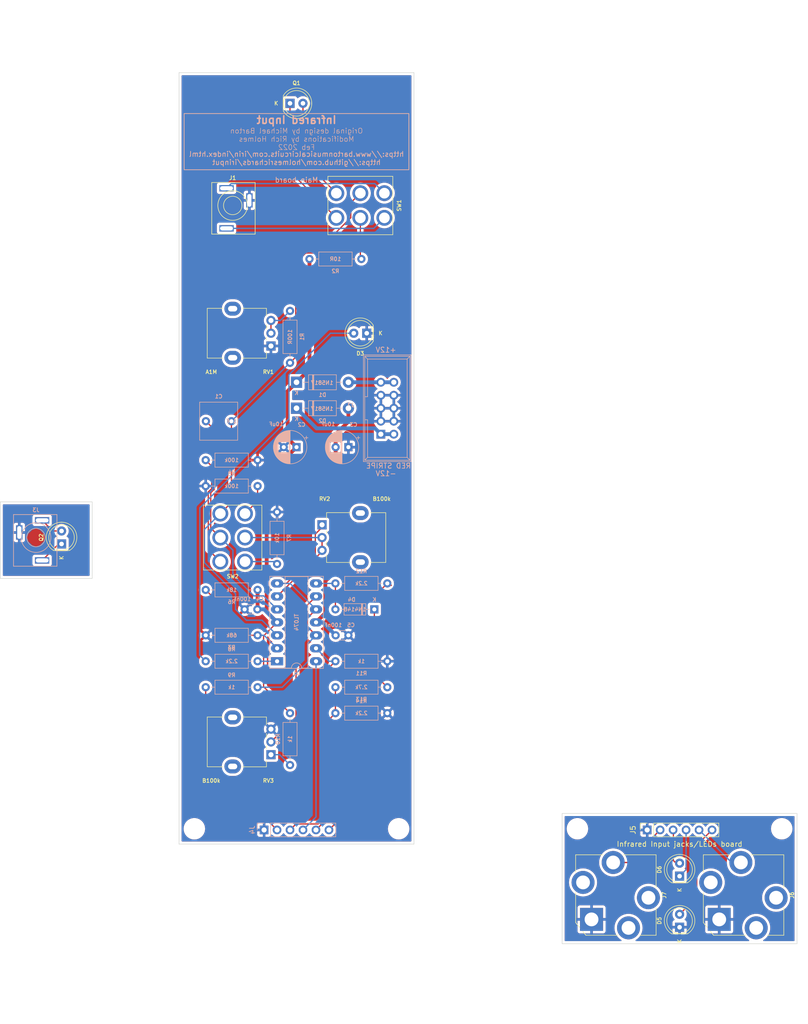
<source format=kicad_pcb>
(kicad_pcb (version 20211014) (generator pcbnew)
  (layers (0 "F.Cu" signal) (31 "B.Cu" signal) (34 "B.Paste" user) (35 "F.Paste" user) (36 "B.SilkS" user "B.Silkscreen") (37 "F.SilkS" user "F.Silkscreen") (38 "B.Mask" user) (39 "F.Mask" user) (44 "Edge.Cuts" user))
  (net 0 "")
  (net 1 "+12V")
  (net 2 "GND")
  (net 3 "-12V")
  (net 4 "/+12_IN")
  (net 5 "/-12_IN")
  (net 6 "Net-(C1-Pad2)")
  (net 7 "Net-(D4-Pad2)")
  (net 8 "Net-(D3-Pad2)")
  (net 9 "GND1")
  (net 10 "/GATE_LED_P")
  (net 11 "/CV_LED_2_P")
  (net 12 "/CV_LED_1_P")
  (net 13 "/CV_LED_2")
  (net 14 "Net-(Q1-Pad1)")
  (net 15 "Net-(Q1-Pad2)")
  (net 16 "Net-(D4-Pad1)")
  (net 17 "/COLL")
  (net 18 "/SENSITIVITY")
  (net 19 "Net-(J3-PadT)")
  (net 20 "/THRESHOLD")
  (net 21 "/EXT_C")
  (net 22 "/EXT_E")
  (net 23 "/CV_OUT")
  (net 24 "/GATE_OUT")
  (net 25 "/AC")
  (net 26 "/CV_LED_1")
  (net 27 "/GATE_LED")
  (net 28 "/CV_OUT_P")
  (net 29 "/GATE_OUT_P")
  (net 30 "Net-(J3-PadR)")
  (net 31 "/DC")
  (net 32 "Net-(R5-Pad1)")
  (net 33 "Net-(R3-Pad2)")
  (net 34 "Net-(R7-Pad1)")
  (net 35 "Net-(R8-Pad1)")
  (net 36 "Net-(R9-Pad1)")
  (net 37 "Net-(R10-Pad2)")
  (net 38 "Net-(RV2-Pad2)")
  (net 39 "GND2")
  (footprint "ao_tht:Jack_6.35mm_PJ_629HAN" (layer "F.Cu") (at 187.5 175 -90)
    (fp_text reference "J6" (at 0 -9.5 90) (layer "F.SilkS") (effects (font (size 0.75 0.75))))
    (fp_text value "AudioJack2")
    (pad "R" thru_hole circle locked (at 0.5 -6.4 270) (size 4.500001 4.500001) (drill 2.7) (layers *.Cu *.Mask))
    (pad "RN" thru_hole circle locked (at 6.4 -2.5 270) (size 4.500001 4.500001) (drill 2.7) (layers *.Cu *.Mask))
    (pad "S" thru_hole rect locked (at 4.74 4.74 270) (size 4.500001 4.500001) (drill 2.7) (layers *.Cu *.Mask) (net 9 "GND1"))
    (pad "T" thru_hole circle locked (at -6.4 0.5 270) (size 4.5 4.5) (drill 2.7) (layers *.Cu *.Mask) (net 29 "/GATE_OUT_P"))
    (pad "TN" thru_hole circle locked (at -2.5 6.4 270) (size 4.5 4.5) (drill 2.7) (layers *.Cu *.Mask))
  )
  (footprint "ao_tht:Board_Marker" (layer "F.Cu") (at 162.5 159)
    (fp_text reference "B3")
    (fp_text value "Board")
  )
  (footprint "irinput:irinput_panel_holes" (layer "F.Cu") (at 100 100)
    (fp_text reference "GRAF1" hide)
    (fp_text value "Holes" hide)
  )
  (footprint "ao_tht:LED_D5.0mm" (layer "F.Cu") (at 175 171.275 90)
    (fp_text reference "D6" (at 1.27 -3.96 90) (layer "F.SilkS") (effects (font (size 0.75 0.75))))
    (fp_text value "LED_Dual")
    (fp_text user "K" (at -2.7 0 90) (layer "F.SilkS") (effects (font (size 0.75 0.75))))
    (pad "1" thru_hole rect locked (at 0 0 90) (size 1.8 1.8) (drill 0.9) (layers *.Cu *.Mask) (net 12 "/CV_LED_1_P"))
    (pad "2" thru_hole circle locked (at 2.54 0 90) (size 1.8 1.8) (drill 0.9) (layers *.Cu *.Mask) (net 11 "/CV_LED_2_P"))
  )
  (footprint "ao_tht:Potentiometer_Alpha_RD901F-40-00D_Single_Vertical_centered" (layer "F.Cu") (at 87.5 65 180)
    (fp_text reference "RV1" (at -6.992 -7.58) (layer "F.SilkS") (effects (font (size 0.75 0.75))))
    (fp_text value "A1M")
    (fp_text user "${VALUE}" (at 4.184 -7.58) (layer "F.SilkS") (effects (font (size 0.75 0.75))))
    (pad "" thru_hole oval locked (at 0 4.8 270) (size 2.72 3.24) (drill oval 1.1 1.8) (layers *.Cu *.Mask))
    (pad "" thru_hole oval locked (at 0 -4.8 270) (size 2.72 3.24) (drill oval 1.1 1.8) (layers *.Cu *.Mask))
    (pad "1" thru_hole rect locked (at -7.5 -2.5 270) (size 1.8 1.8) (drill 1) (layers *.Cu *.Mask) (net 2 "GND"))
    (pad "2" thru_hole circle locked (at -7.5 0 270) (size 1.8 1.8) (drill 1) (layers *.Cu *.Mask) (net 18 "/SENSITIVITY"))
    (pad "3" thru_hole circle locked (at -7.5 2.5 270) (size 1.8 1.8) (drill 1) (layers *.Cu *.Mask) (net 18 "/SENSITIVITY"))
  )
  (footprint "ao_tht:LED_D5.0mm" (layer "F.Cu") (at 54 106.25 90)
    (fp_text reference "Q2" (at 1.27 -3.96 90) (layer "F.SilkS") (effects (font (size 0.75 0.75))))
    (fp_text value "TOPS-050")
    (fp_text user "K" (at -2.7 0 90) (layer "F.SilkS") (effects (font (size 0.75 0.75))))
    (pad "1" thru_hole rect locked (at 0 0 90) (size 1.8 1.8) (drill 0.9) (layers *.Cu *.Mask) (net 19 "Net-(J3-PadT)"))
    (pad "2" thru_hole circle locked (at 2.54 0 90) (size 1.8 1.8) (drill 0.9) (layers *.Cu *.Mask) (net 30 "Net-(J3-PadR)"))
  )
  (footprint "ao_tht:LED_D5.0mm" (layer "F.Cu") (at 98.725 20)
    (fp_text reference "Q1" (at 1.27 -3.96) (layer "F.SilkS") (effects (font (size 0.75 0.75))))
    (fp_text value "TOPS-050")
    (fp_text user "K" (at -2.7 0) (layer "F.SilkS") (effects (font (size 0.75 0.75))))
    (pad "1" thru_hole rect locked (at 0 0) (size 1.8 1.8) (drill 0.9) (layers *.Cu *.Mask) (net 14 "Net-(Q1-Pad1)"))
    (pad "2" thru_hole circle locked (at 2.54 0) (size 1.8 1.8) (drill 0.9) (layers *.Cu *.Mask) (net 15 "Net-(Q1-Pad2)"))
  )
  (footprint "ao_tht:Potentiometer_Alpha_RD901F-40-00D_Single_Vertical_centered" (layer "F.Cu") (at 112.5 105)
    (fp_text reference "RV2" (at -6.992 -7.58 180) (layer "F.SilkS") (effects (font (size 0.75 0.75))))
    (fp_text value "B100k")
    (fp_text user "${VALUE}" (at 4.184 -7.58) (layer "F.SilkS") (effects (font (size 0.75 0.75))))
    (pad "" thru_hole oval locked (at 0 -4.8 90) (size 2.72 3.24) (drill oval 1.1 1.8) (layers *.Cu *.Mask))
    (pad "" thru_hole oval locked (at 0 4.8 90) (size 2.72 3.24) (drill oval 1.1 1.8) (layers *.Cu *.Mask))
    (pad "1" thru_hole rect locked (at -7.5 -2.5 90) (size 1.8 1.8) (drill 1) (layers *.Cu *.Mask) (net 36 "Net-(R9-Pad1)"))
    (pad "2" thru_hole circle locked (at -7.5 0 90) (size 1.8 1.8) (drill 1) (layers *.Cu *.Mask) (net 38 "Net-(RV2-Pad2)"))
    (pad "3" thru_hole circle locked (at -7.5 2.5 90) (size 1.8 1.8) (drill 1) (layers *.Cu *.Mask) (net 38 "Net-(RV2-Pad2)"))
  )
  (footprint "ao_tht:Jack_6.35mm_PJ_629HAN" (layer "F.Cu") (at 162.5 175 -90)
    (fp_text reference "J7" (at 0 -9.5 90) (layer "F.SilkS") (effects (font (size 0.75 0.75))))
    (fp_text value "AudioJack2")
    (pad "R" thru_hole circle locked (at 0.5 -6.4 270) (size 4.500001 4.500001) (drill 2.7) (layers *.Cu *.Mask))
    (pad "RN" thru_hole circle locked (at 6.4 -2.5 270) (size 4.500001 4.500001) (drill 2.7) (layers *.Cu *.Mask))
    (pad "S" thru_hole rect locked (at 4.74 4.74 270) (size 4.500001 4.500001) (drill 2.7) (layers *.Cu *.Mask) (net 9 "GND1"))
    (pad "T" thru_hole circle locked (at -6.4 0.5 270) (size 4.5 4.5) (drill 2.7) (layers *.Cu *.Mask) (net 28 "/CV_OUT_P"))
    (pad "TN" thru_hole circle locked (at -2.5 6.4 270) (size 4.5 4.5) (drill 2.7) (layers *.Cu *.Mask))
  )
  (footprint "ao_tht:MountingHole_3.2mm_M3" (layer "F.Cu") (at 80 162)
    (fp_text reference "H1" hide)
    (fp_text value "MountingHole")
    (pad "" np_thru_hole circle locked (at 0 0) (size 3.2 3.2) (drill 3.2) (layers *.Cu *.Mask))
  )
  (footprint "ao_tht:DPDT-toggle-switch-1M-seriesx" (layer "F.Cu") (at 87.5 105 180)
    (fp_text reference "SW2" (at 0 -7.6) (layer "F.SilkS") (effects (font (size 0.75 0.75))))
    (fp_text value "SW_DPDT_x2")
    (pad "1" thru_hole circle locked (at 2.415 4.7 180) (size 3.1 3.1) (drill 2.1) (layers *.Cu *.Mask) (net 31 "/DC"))
    (pad "2" thru_hole circle locked (at 2.415 0 180) (size 3.1 3.1) (drill 2.1) (layers *.Cu *.Mask) (net 6 "Net-(C1-Pad2)"))
    (pad "3" thru_hole circle locked (at 2.415 -4.7 180) (size 3.1 3.1) (drill 2.1) (layers *.Cu *.Mask) (net 25 "/AC"))
    (pad "4" thru_hole circle locked (at -2.415 4.7 180) (size 3.1 3.1) (drill 2.1) (layers *.Cu *.Mask) (net 32 "Net-(R5-Pad1)"))
    (pad "5" thru_hole circle locked (at -2.415 0 180) (size 3.1 3.1) (drill 2.1) (layers *.Cu *.Mask) (net 38 "Net-(RV2-Pad2)"))
    (pad "6" thru_hole circle locked (at -2.415 -4.7 180) (size 3.1 3.1) (drill 2.1) (layers *.Cu *.Mask) (net 34 "Net-(R7-Pad1)"))
  )
  (footprint "Connector_PinSocket_2.54mm:PinSocket_1x06_P2.54mm_Vertical" (layer "F.Cu") (at 168.65 162.23 90)
    (fp_text reference "J5" (at 0 -2.77 90) (layer "F.SilkS"))
    (fp_text value "Conn_01x06")
    (pad "1" thru_hole rect (at 0 0 90) (size 1.7 1.7) (drill 1) (layers *.Cu *.Mask) (net 9 "GND1"))
    (pad "2" thru_hole oval (at 0 2.54 90) (size 1.7 1.7) (drill 1) (layers *.Cu *.Mask) (net 28 "/CV_OUT_P"))
    (pad "3" thru_hole oval (at 0 5.08 90) (size 1.7 1.7) (drill 1) (layers *.Cu *.Mask) (net 11 "/CV_LED_2_P"))
    (pad "4" thru_hole oval (at 0 7.62 90) (size 1.7 1.7) (drill 1) (layers *.Cu *.Mask) (net 12 "/CV_LED_1_P"))
    (pad "5" thru_hole oval (at 0 10.16 90) (size 1.7 1.7) (drill 1) (layers *.Cu *.Mask) (net 29 "/GATE_OUT_P"))
    (pad "6" thru_hole oval (at 0 12.7 90) (size 1.7 1.7) (drill 1) (layers *.Cu *.Mask) (net 10 "/GATE_LED_P"))
  )
  (footprint "ao_tht:MountingHole_3.2mm_M3" (layer "F.Cu") (at 195 162)
    (fp_text reference "H4" hide)
    (fp_text value "MountingHole")
    (pad "" np_thru_hole circle locked (at 0 0) (size 3.2 3.2) (drill 3.2) (layers *.Cu *.Mask))
  )
  (footprint "ao_tht:Potentiometer_Alpha_RD901F-40-00D_Single_Vertical_centered" (layer "F.Cu") (at 87.5 145 180)
    (fp_text reference "RV3" (at -6.992 -7.58) (layer "F.SilkS") (effects (font (size 0.75 0.75))))
    (fp_text value "B100k")
    (fp_text user "${VALUE}" (at 4.184 -7.58) (layer "F.SilkS") (effects (font (size 0.75 0.75))))
    (pad "" thru_hole oval locked (at 0 4.8 270) (size 2.72 3.24) (drill oval 1.1 1.8) (layers *.Cu *.Mask))
    (pad "" thru_hole oval locked (at 0 -4.8 270) (size 2.72 3.24) (drill oval 1.1 1.8) (layers *.Cu *.Mask))
    (pad "1" thru_hole rect locked (at -7.5 -2.5 270) (size 1.8 1.8) (drill 1) (layers *.Cu *.Mask) (net 37 "Net-(R10-Pad2)"))
    (pad "2" thru_hole circle locked (at -7.5 0 270) (size 1.8 1.8) (drill 1) (layers *.Cu *.Mask) (net 20 "/THRESHOLD"))
    (pad "3" thru_hole circle locked (at -7.5 2.5 270) (size 1.8 1.8) (drill 1) (layers *.Cu *.Mask) (net 2 "GND"))
  )
  (footprint "ao_tht:LED_D5.0mm" (layer "F.Cu") (at 175 181.275 90)
    (fp_text reference "D5" (at 1.27 -3.96 90) (layer "F.SilkS") (effects (font (size 0.75 0.75))))
    (fp_text value "LED_green")
    (fp_text user "K" (at -2.7 0 90) (layer "F.SilkS") (effects (font (size 0.75 0.75))))
    (pad "1" thru_hole rect locked (at 0 0 90) (size 1.8 1.8) (drill 0.9) (layers *.Cu *.Mask) (net 9 "GND1"))
    (pad "2" thru_hole circle locked (at 2.54 0 90) (size 1.8 1.8) (drill 0.9) (layers *.Cu *.Mask) (net 10 "/GATE_LED_P"))
  )
  (footprint "ao_tht:MountingHole_3.2mm_M3" (layer "F.Cu") (at 120 162)
    (fp_text reference "H2" hide)
    (fp_text value "MountingHole")
    (pad "" np_thru_hole circle locked (at 0 0) (size 3.2 3.2) (drill 3.2) (layers *.Cu *.Mask))
  )
  (footprint "ao_tht:LED_D5.0mm" (layer "F.Cu") (at 113.75 65 180)
    (fp_text reference "D3" (at 1.27 -3.96) (layer "F.SilkS") (effects (font (size 0.75 0.75))))
    (fp_text value "LED_red")
    (fp_text user "K" (at -2.7 0) (layer "F.SilkS") (effects (font (size 0.75 0.75))))
    (pad "1" thru_hole rect locked (at 0 0 180) (size 1.8 1.8) (drill 0.9) (layers *.Cu *.Mask) (net 2 "GND"))
    (pad "2" thru_hole circle locked (at 2.54 0 180) (size 1.8 1.8) (drill 0.9) (layers *.Cu *.Mask) (net 8 "Net-(D3-Pad2)"))
  )
  (footprint "ao_tht:MountingHole_3.2mm_M3" (layer "F.Cu") (at 155 162)
    (fp_text reference "H3" hide)
    (fp_text value "MountingHole")
    (pad "" np_thru_hole circle locked (at 0 0) (size 3.2 3.2) (drill 3.2) (layers *.Cu *.Mask))
  )
  (footprint "ao_tht:Board_Marker" (layer "F.Cu") (at 53 98)
    (fp_text reference "B2")
    (fp_text value "Board")
  )
  (footprint "ao_tht:DPDT-toggle-switch-1M-seriesx" (layer "F.Cu") (at 112.5 40 -90)
    (fp_text reference "SW1" (at 0 -7.6 90) (layer "F.SilkS") (effects (font (size 0.75 0.75))))
    (fp_text value "SW_DPDT_x2")
    (pad "1" thru_hole circle locked (at 2.415 4.7 270) (size 3.1 3.1) (drill 2.1) (layers *.Cu *.Mask) (net 14 "Net-(Q1-Pad1)"))
    (pad "2" thru_hole circle locked (at 2.415 0 270) (size 3.1 3.1) (drill 2.1) (layers *.Cu *.Mask) (net 17 "/COLL"))
    (pad "3" thru_hole circle locked (at 2.415 -4.7 270) (size 3.1 3.1) (drill 2.1) (layers *.Cu *.Mask) (net 21 "/EXT_C"))
    (pad "4" thru_hole circle locked (at -2.415 4.7 270) (size 3.1 3.1) (drill 2.1) (layers *.Cu *.Mask) (net 15 "Net-(Q1-Pad2)"))
    (pad "5" thru_hole circle locked (at -2.415 0 270) (size 3.1 3.1) (drill 2.1) (layers *.Cu *.Mask) (net 31 "/DC"))
    (pad "6" thru_hole circle locked (at -2.415 -4.7 270) (size 3.1 3.1) (drill 2.1) (layers *.Cu *.Mask) (net 22 "/EXT_E"))
  )
  (footprint "ao_tht:Jack_3.5mm_PJ-301CM" (layer "F.Cu") (at 87.5 40)
    (fp_text reference "J1" (at 0 -5.4) (layer "F.SilkS") (effects (font (size 0.787402 0.787402))))
    (fp_text value "AudioJack3")
    (pad "R" thru_hole rect (at -1.2 -3.375) (size 2.8 1.25) (drill oval 2.5 0.8) (layers *.Cu *.Mask) (net 22 "/EXT_E"))
    (pad "S" thru_hole rect (at 3.275 -1 90) (size 2.8 1.25) (drill oval 2.5 0.8) (layers *.Cu *.Mask) (net 2 "GND"))
    (pad "T" thru_hole rect (at -1.2 4.475 180) (size 2.8 1.25) (drill oval 2.5 0.8) (layers *.Cu *.Mask) (net 21 "/EXT_C"))
  )
  (footprint "ao_tht:Board_Marker" (layer "F.Cu") (at 92.375 13.925)
    (fp_text reference "B1")
    (fp_text value "Board")
  )
  (footprint "ao_tht:R_Axial_DIN0207_L6.3mm_D2.5mm_P10.16mm_Horizontal" (layer "B.Cu") (at 96.19 110.16 90)
    (fp_text reference "R7" (at 5.08 2.37 90) (layer "B.SilkS") (effects (font (size 0.75 0.75)) (justify mirror)))
    (fp_text value "10k")
    (fp_text user "${VALUE}" (at 5.08 0 90) (layer "B.SilkS") (effects (font (size 0.75 0.75)) (justify mirror)))
    (pad "1" thru_hole circle locked (at 0 0 90) (size 1.6 1.6) (drill 0.8) (layers *.Cu *.Mask) (net 34 "Net-(R7-Pad1)"))
    (pad "2" thru_hole oval locked (at 10.16 0 90) (size 1.6 1.6) (drill 0.8) (layers *.Cu *.Mask) (net 2 "GND"))
  )
  (footprint "ao_tht:R_Axial_DIN0207_L6.3mm_D2.5mm_P10.16mm_Horizontal" (layer "B.Cu") (at 82.22 124.13)
    (fp_text reference "R3" (at 5.08 2.37) (layer "B.SilkS") (effects (font (size 0.75 0.75)) (justify mirror)))
    (fp_text value "68k")
    (fp_text user "${VALUE}" (at 5.08 0) (layer "B.SilkS") (effects (font (size 0.75 0.75)) (justify mirror)))
    (pad "1" thru_hole circle locked (at 0 0) (size 1.6 1.6) (drill 0.8) (layers *.Cu *.Mask) (net 2 "GND"))
    (pad "2" thru_hole oval locked (at 10.16 0) (size 1.6 1.6) (drill 0.8) (layers *.Cu *.Mask) (net 33 "Net-(R3-Pad2)"))
  )
  (footprint "ao_tht:D_DO-41_SOD81_P10.16mm_Horizontal" (layer "B.Cu") (at 100 79.68)
    (fp_text reference "D2" (at 5.08 2.47) (layer "B.SilkS") (effects (font (size 0.75 0.75)) (justify mirror)))
    (fp_text value "1N5817")
    (fp_text user "${VALUE}" (at 5 0.1) (layer "B.SilkS") (effects (font (size 0.75 0.75)) (justify mirror)))
    (fp_text user "K" (at 0 2.1) (layer "B.SilkS") (effects (font (size 0.75 0.75)) (justify mirror)))
    (pad "1" thru_hole rect locked (at 0 0) (size 2.2 2.2) (drill 1.1) (layers *.Cu *.Mask) (net 5 "/-12_IN"))
    (pad "2" thru_hole oval locked (at 10.16 0) (size 2.2 2.2) (drill 1.1) (layers *.Cu *.Mask) (net 3 "-12V"))
  )
  (footprint "ao_tht:CP_Radial_D6.3mm_P2.50mm" (layer "B.Cu") (at 100 87.3 180)
    (fp_text reference "C2" (at -1 4.4) (layer "B.SilkS") (effects (font (size 0.75 0.75)) (justify mirror)))
    (fp_text value "10uF")
    (fp_text user "${VALUE}" (at 4 4.5) (layer "B.SilkS") (effects (font (size 0.75 0.75)) (justify mirror)))
    (pad "1" thru_hole rect locked (at 0 0 180) (size 1.6 1.6) (drill 0.8) (layers *.Cu *.Mask) (net 1 "+12V"))
    (pad "2" thru_hole circle locked (at 2.5 0 180) (size 1.6 1.6) (drill 0.8) (layers *.Cu *.Mask) (net 2 "GND"))
  )
  (footprint "ao_tht:R_Axial_DIN0207_L6.3mm_D2.5mm_P10.16mm_Horizontal" (layer "B.Cu") (at 92.38 129.21 180)
    (fp_text reference "R8" (at 5.08 2.37) (layer "B.SilkS") (effects (font (size 0.75 0.75)) (justify mirror)))
    (fp_text value "2.2k")
    (fp_text user "${VALUE}" (at 5.08 0) (layer "B.SilkS") (effects (font (size 0.75 0.75)) (justify mirror)))
    (pad "1" thru_hole circle locked (at 0 0 180) (size 1.6 1.6) (drill 0.8) (layers *.Cu *.Mask) (net 35 "Net-(R8-Pad1)"))
    (pad "2" thru_hole oval locked (at 10.16 0 180) (size 1.6 1.6) (drill 0.8) (layers *.Cu *.Mask) (net 8 "Net-(D3-Pad2)"))
  )
  (footprint "ao_tht:R_Axial_DIN0207_L6.3mm_D2.5mm_P10.16mm_Horizontal" (layer "B.Cu") (at 107.62 129.21)
    (fp_text reference "R11" (at 5.08 2.37) (layer "B.SilkS") (effects (font (size 0.75 0.75)) (justify mirror)))
    (fp_text value "1k")
    (fp_text user "${VALUE}" (at 5.08 0) (layer "B.SilkS") (effects (font (size 0.75 0.75)) (justify mirror)))
    (pad "1" thru_hole circle locked (at 0 0) (size 1.6 1.6) (drill 0.8) (layers *.Cu *.Mask) (net 13 "/CV_LED_2"))
    (pad "2" thru_hole oval locked (at 10.16 0) (size 1.6 1.6) (drill 0.8) (layers *.Cu *.Mask) (net 2 "GND"))
  )
  (footprint "ao_tht:D_DO-35_SOD27_P7.62mm_Horizontal" (layer "B.Cu") (at 115.24 119.05 180)
    (fp_text reference "D4" (at 4.445 1.905) (layer "B.SilkS") (effects (font (size 0.75 0.75)) (justify mirror)))
    (fp_text value "1N4148")
    (fp_text user "K" (at 0 1.905) (layer "B.SilkS") (effects (font (size 0.75 0.75)) (justify mirror)))
    (fp_text user "${VALUE}" (at 3.81 0) (layer "B.SilkS") (effects (font (size 0.75 0.75)) (justify mirror)))
    (pad "1" thru_hole rect locked (at 0 0 180) (size 1.6 1.6) (drill 0.8) (layers *.Cu *.Mask) (net 16 "Net-(D4-Pad1)"))
    (pad "2" thru_hole oval locked (at 7.62 0 180) (size 1.6 1.6) (drill 0.8) (layers *.Cu *.Mask) (net 7 "Net-(D4-Pad2)"))
  )
  (footprint "ao_tht:CP_Radial_D6.3mm_P2.50mm" (layer "B.Cu") (at 110.16 87.3 180)
    (fp_text reference "C3" (at -1 4.4) (layer "B.SilkS") (effects (font (size 0.75 0.75)) (justify mirror)))
    (fp_text value "10uF")
    (fp_text user "${VALUE}" (at 4 4.5) (layer "B.SilkS") (effects (font (size 0.75 0.75)) (justify mirror)))
    (pad "1" thru_hole rect locked (at 0 0 180) (size 1.6 1.6) (drill 0.8) (layers *.Cu *.Mask) (net 2 "GND"))
    (pad "2" thru_hole circle locked (at 2.5 0 180) (size 1.6 1.6) (drill 0.8) (layers *.Cu *.Mask) (net 3 "-12V"))
  )
  (footprint "ao_tht:R_Axial_DIN0207_L6.3mm_D2.5mm_P10.16mm_Horizontal" (layer "B.Cu") (at 117.78 139.37 180)
    (fp_text reference "R14" (at 5.08 2.37) (layer "B.SilkS") (effects (font (size 0.75 0.75)) (justify mirror)))
    (fp_text value "2.2k")
    (fp_text user "${VALUE}" (at 5.08 0) (layer "B.SilkS") (effects (font (size 0.75 0.75)) (justify mirror)))
    (pad "1" thru_hole circle locked (at 0 0 180) (size 1.6 1.6) (drill 0.8) (layers *.Cu *.Mask) (net 2 "GND"))
    (pad "2" thru_hole oval locked (at 10.16 0 180) (size 1.6 1.6) (drill 0.8) (layers *.Cu *.Mask) (net 24 "/GATE_OUT"))
  )
  (footprint "ao_tht:R_Axial_DIN0207_L6.3mm_D2.5mm_P10.16mm_Horizontal" (layer "B.Cu") (at 82.22 115.24)
    (fp_text reference "R6" (at 5.08 2.37) (layer "B.SilkS") (effects (font (size 0.75 0.75)) (justify mirror)))
    (fp_text value "18k")
    (fp_text user "${VALUE}" (at 5.08 0) (layer "B.SilkS") (effects (font (size 0.75 0.75)) (justify mirror)))
    (pad "1" thru_hole circle locked (at 0 0) (size 1.6 1.6) (drill 0.8) (layers *.Cu *.Mask) (net 33 "Net-(R3-Pad2)"))
    (pad "2" thru_hole oval locked (at 10.16 0) (size 1.6 1.6) (drill 0.8) (layers *.Cu *.Mask) (net 1 "+12V"))
  )
  (footprint "ao_tht:R_Axial_DIN0207_L6.3mm_D2.5mm_P10.16mm_Horizontal" (layer "B.Cu") (at 98.73 70.79 90)
    (fp_text reference "R1" (at 5.08 2.37 90) (layer "B.SilkS") (effects (font (size 0.75 0.75)) (justify mirror)))
    (fp_text value "100R")
    (fp_text user "${VALUE}" (at 5.08 0 90) (layer "B.SilkS") (effects (font (size 0.75 0.75)) (justify mirror)))
    (pad "1" thru_hole circle locked (at 0 0 90) (size 1.6 1.6) (drill 0.8) (layers *.Cu *.Mask) (net 31 "/DC"))
    (pad "2" thru_hole oval locked (at 10.16 0 90) (size 1.6 1.6) (drill 0.8) (layers *.Cu *.Mask) (net 18 "/SENSITIVITY"))
  )
  (footprint "ao_tht:R_Axial_DIN0207_L6.3mm_D2.5mm_P10.16mm_Horizontal" (layer "B.Cu") (at 102.54 50.47)
    (fp_text reference "R2" (at 5.08 2.37) (layer "B.SilkS") (effects (font (size 0.75 0.75)) (justify mirror)))
    (fp_text value "10R")
    (fp_text user "${VALUE}" (at 5.08 0) (layer "B.SilkS") (effects (font (size 0.75 0.75)) (justify mirror)))
    (pad "1" thru_hole circle locked (at 0 0) (size 1.6 1.6) (drill 0.8) (layers *.Cu *.Mask) (net 1 "+12V"))
    (pad "2" thru_hole oval locked (at 10.16 0) (size 1.6 1.6) (drill 0.8) (layers *.Cu *.Mask) (net 17 "/COLL"))
  )
  (footprint "Connector_PinHeader_2.54mm:PinHeader_1x06_P2.54mm_Vertical" (layer "B.Cu") (at 93.65 162.23 -90)
    (fp_text reference "J4" (at 0 2.33 90) (layer "B.SilkS") (effects (justify mirror)))
    (fp_text value "Conn_01x06")
    (pad "1" thru_hole rect (at 0 0 270) (size 1.7 1.7) (drill 1) (layers *.Cu *.Mask) (net 2 "GND"))
    (pad "2" thru_hole oval (at 0 -2.54 270) (size 1.7 1.7) (drill 1) (layers *.Cu *.Mask) (net 23 "/CV_OUT"))
    (pad "3" thru_hole oval (at 0 -5.08 270) (size 1.7 1.7) (drill 1) (layers *.Cu *.Mask) (net 13 "/CV_LED_2"))
    (pad "4" thru_hole oval (at 0 -7.62 270) (size 1.7 1.7) (drill 1) (layers *.Cu *.Mask) (net 26 "/CV_LED_1"))
    (pad "5" thru_hole oval (at 0 -10.16 270) (size 1.7 1.7) (drill 1) (layers *.Cu *.Mask) (net 24 "/GATE_OUT"))
    (pad "6" thru_hole oval (at 0 -12.7 270) (size 1.7 1.7) (drill 1) (layers *.Cu *.Mask) (net 27 "/GATE_LED"))
  )
  (footprint "ao_tht:D_DO-41_SOD81_P10.16mm_Horizontal" (layer "B.Cu") (at 100 74.6)
    (fp_text reference "D1" (at 5.08 2.47) (layer "B.SilkS") (effects (font (size 0.75 0.75)) (justify mirror)))
    (fp_text value "1N5817")
    (fp_text user "${VALUE}" (at 5 0.1) (layer "B.SilkS") (effects (font (size 0.75 0.75)) (justify mirror)))
    (fp_text user "K" (at 0 2.1) (layer "B.SilkS") (effects (font (size 0.75 0.75)) (justify mirror)))
    (pad "1" thru_hole rect locked (at 0 0) (size 2.2 2.2) (drill 1.1) (layers *.Cu *.Mask) (net 1 "+12V"))
    (pad "2" thru_hole oval locked (at 10.16 0) (size 2.2 2.2) (drill 1.1) (layers *.Cu *.Mask) (net 4 "/+12_IN"))
  )
  (footprint "ao_tht:R_Axial_DIN0207_L6.3mm_D2.5mm_P10.16mm_Horizontal" (layer "B.Cu") (at 82.22 89.84)
    (fp_text reference "R4" (at 5.08 2.37) (layer "B.SilkS") (effects (font (size 0.75 0.75)) (justify mirror)))
    (fp_text value "100k")
    (fp_text user "${VALUE}" (at 5.08 0) (layer "B.SilkS") (effects (font (size 0.75 0.75)) (justify mirror)))
    (pad "1" thru_hole circle locked (at 0 0) (size 1.6 1.6) (drill 0.8) (layers *.Cu *.Mask) (net 25 "/AC"))
    (pad "2" thru_hole oval locked (at 10.16 0) (size 1.6 1.6) (drill 0.8) (layers *.Cu *.Mask) (net 2 "GND"))
  )
  (footprint "ao_tht:C_Disc_D3.0mm_W1.6mm_P2.50mm" (layer "B.Cu") (at 110.16 124.13 180)
    (fp_text reference "C5" (at -0.5 2) (layer "B.SilkS") (effects (font (size 0.75 0.75)) (justify mirror)))
    (fp_text value "100nF")
    (fp_text user "${VALUE}" (at 3 2) (layer "B.SilkS") (effects (font (size 0.75 0.75)) (justify mirror)))
    (pad "1" thru_hole circle (at 0 0 180) (size 1.6 1.6) (drill 0.8) (layers *.Cu *.Mask) (net 2 "GND"))
    (pad "2" thru_hole circle (at 2.5 0 180) (size 1.6 1.6) (drill 0.8) (layers *.Cu *.Mask) (net 3 "-12V"))
  )
  (footprint "ao_tht:R_Axial_DIN0207_L6.3mm_D2.5mm_P10.16mm_Horizontal" (layer "B.Cu") (at 117.78 113.97 180)
    (fp_text reference "R12" (at 5.08 2.37) (layer "B.SilkS") (effects (font (size 0.75 0.75)) (justify mirror)))
    (fp_text value "2.2k")
    (fp_text user "${VALUE}" (at 5.08 0) (layer "B.SilkS") (effects (font (size 0.75 0.75)) (justify mirror)))
    (pad "1" thru_hole circle locked (at 0 0 180) (size 1.6 1.6) (drill 0.8) (layers *.Cu *.Mask) (net 27 "/GATE_LED"))
    (pad "2" thru_hole oval locked (at 10.16 0 180) (size 1.6 1.6) (drill 0.8) (layers *.Cu *.Mask) (net 7 "Net-(D4-Pad2)"))
  )
  (footprint "ao_tht:R_Axial_DIN0207_L6.3mm_D2.5mm_P10.16mm_Horizontal" (layer "B.Cu") (at 98.73 139.37 -90)
    (fp_text reference "R10" (at 5.08 2.37 90) (layer "B.SilkS") (effects (font (size 0.75 0.75)) (justify mirror)))
    (fp_text value "1k")
    (fp_text user "${VALUE}" (at 5.08 0 90) (layer "B.SilkS") (effects (font (size 0.75 0.75)) (justify mirror)))
    (pad "1" thru_hole circle locked (at 0 0 270) (size 1.6 1.6) (drill 0.8) (layers *.Cu *.Mask) (net 1 "+12V"))
    (pad "2" thru_hole oval locked (at 10.16 0 270) (size 1.6 1.6) (drill 0.8) (layers *.Cu *.Mask) (net 37 "Net-(R10-Pad2)"))
  )
  (footprint "ao_tht:Power_Header" (layer "B.Cu") (at 116.51 84.76)
    (fp_text reference "J2" (at -5.85 -5.67) (layer "B.SilkS") (effects (font (size 0.75 0.75)) (justify mirror)))
    (fp_text value "Synth_power_2x5")
    (fp_text user "-12V" (at 1 7.7) (layer "B.SilkS") (effects (justify mirror)))
    (fp_text user "RED STRIPE" (at 1.5 6.2) (layer "B.SilkS") (effects (justify mirror)))
    (fp_text user "+12V" (at 1 -16.5) (layer "B.SilkS") (effects (justify mirror)))
    (pad "1" thru_hole rect (at 0 0) (size 1.7272 1.7272) (drill 1.016) (layers *.Cu *.Mask) (net 5 "/-12_IN"))
    (pad "2" thru_hole oval (at 2.54 0) (size 1.7272 1.7272) (drill 1.016) (layers *.Cu *.Mask) (net 5 "/-12_IN"))
    (pad "3" thru_hole oval (at 0 -2.54) (size 1.7272 1.7272) (drill 1.016) (layers *.Cu *.Mask) (net 2 "GND"))
    (pad "4" thru_hole oval (at 2.54 -2.54) (size 1.7272 1.7272) (drill 1.016) (layers *.Cu *.Mask) (net 2 "GND"))
    (pad "5" thru_hole oval (at 0 -5.08) (size 1.7272 1.7272) (drill 1.016) (layers *.Cu *.Mask) (net 2 "GND"))
    (pad "6" thru_hole oval (at 2.54 -5.08) (size 1.7272 1.7272) (drill 1.016) (layers *.Cu *.Mask) (net 2 "GND"))
    (pad "7" thru_hole oval (at 0 -7.62) (size 1.7272 1.7272) (drill 1.016) (layers *.Cu *.Mask) (net 2 "GND"))
    (pad "8" thru_hole oval (at 2.54 -7.62) (size 1.7272 1.7272) (drill 1.016) (layers *.Cu *.Mask) (net 2 "GND"))
    (pad "9" thru_hole oval (at 0 -10.16) (size 1.7272 1.7272) (drill 1.016) (layers *.Cu *.Mask) (net 4 "/+12_IN"))
    (pad "10" thru_hole oval (at 2.54 -10.16) (size 1.7272 1.7272) (drill 1.016) (layers *.Cu *.Mask) (net 4 "/+12_IN"))
  )
  (footprint "ao_tht:C_Rect_L7.2mm_W7.2mm_P5.00mm_FKS2_FKP2_MKS2_MKP2" (layer "B.Cu") (at 87.26 82.22 180)
    (fp_text reference "C1" (at 2.5 4.85) (layer "B.SilkS") (effects (font (size 0.75 0.75)) (justify mirror)))
    (fp_text value "1uF")
    (fp_text user "${VALUE}" (at 0 0) (layer "B.SilkS") (effects (font (size 0.75 0.75)) (justify mirror)))
    (pad "1" thru_hole circle locked (at 0 0 180) (size 1.6 1.6) (drill 0.8) (layers *.Cu *.Mask) (net 31 "/DC"))
    (pad "2" thru_hole circle locked (at 5 0 180) (size 1.6 1.6) (drill 0.8) (layers *.Cu *.Mask) (net 6 "Net-(C1-Pad2)"))
  )
  (footprint "ao_tht:R_Axial_DIN0207_L6.3mm_D2.5mm_P10.16mm_Horizontal" (layer "B.Cu") (at 107.62 134.29)
    (fp_text reference "R13" (at 5.08 2.37) (layer "B.SilkS") (effects (font (size 0.75 0.75)) (justify mirror)))
    (fp_text value "2.7k")
    (fp_text user "${VALUE}" (at 5.08 0) (layer "B.SilkS") (effects (font (size 0.75 0.75)) (justify mirror)))
    (pad "1" thru_hole circle locked (at 0 0) (size 1.6 1.6) (drill 0.8) (layers *.Cu *.Mask) (net 24 "/GATE_OUT"))
    (pad "2" thru_hole oval locked (at 10.16 0) (size 1.6 1.6) (drill 0.8) (layers *.Cu *.Mask) (net 16 "Net-(D4-Pad1)"))
  )
  (footprint "ao_tht:R_Axial_DIN0207_L6.3mm_D2.5mm_P10.16mm_Horizontal" (layer "B.Cu") (at 92.38 134.29 180)
    (fp_text reference "R9" (at 5.08 2.37) (layer "B.SilkS") (effects (font (size 0.75 0.75)) (justify mirror)))
    (fp_text value "1k")
    (fp_text user "${VALUE}" (at 5.08 0) (layer "B.SilkS") (effects (font (size 0.75 0.75)) (justify mirror)))
    (pad "1" thru_hole circle locked (at 0 0 180) (size 1.6 1.6) (drill 0.8) (layers *.Cu *.Mask) (net 36 "Net-(R9-Pad1)"))
    (pad "2" thru_hole oval locked (at 10.16 0 180) (size 1.6 1.6) (drill 0.8) (layers *.Cu *.Mask) (net 23 "/CV_OUT"))
  )
  (footprint "ao_tht:DIP-14_W7.62mm_Socket_LongPads" (layer "B.Cu") (at 96.2 129.215)
    (fp_text reference "U1" (at 3.81 2.33) (layer "B.SilkS") (effects (font (size 0.75 0.75)) (justify mirror)))
    (fp_text value "TL074")
    (fp_text user "${VALUE}" (at 3.81 -7.62 90) (layer "B.SilkS") (effects (font (size 0.75 0.75)) (justify mirror)))
    (pad "1" thru_hole rect locked (at 0 0) (size 2.4 1.6) (drill 0.8) (layers *.Cu *.Mask) (net 35 "Net-(R8-Pad1)"))
    (pad "2" thru_hole oval locked (at 0 -2.54) (size 2.4 1.6) (drill 0.8) (layers *.Cu *.Mask) (net 33 "Net-(R3-Pad2)"))
    (pad "3" thru_hole oval locked (at 0 -5.08) (size 2.4 1.6) (drill 0.8) (layers *.Cu *.Mask) (net 31 "/DC"))
    (pad "4" thru_hole oval locked (at 0 -7.62) (size 2.4 1.6) (drill 0.8) (layers *.Cu *.Mask) (net 1 "+12V"))
    (pad "5" thru_hole oval locked (at 0 -10.16) (size 2.4 1.6) (drill 0.8) (layers *.Cu *.Mask) (net 6 "Net-(C1-Pad2)"))
    (pad "6" thru_hole oval locked (at 0 -12.7) (size 2.4 1.6) (drill 0.8) (layers *.Cu *.Mask) (net 38 "Net-(RV2-Pad2)"))
    (pad "7" thru_hole oval locked (at 0 -15.24) (size 2.4 1.6) (drill 0.8) (layers *.Cu *.Mask) (net 36 "Net-(R9-Pad1)"))
    (pad "8" thru_hole oval locked (at 7.62 -15.24) (size 2.4 1.6) (drill 0.8) (layers *.Cu *.Mask) (net 7 "Net-(D4-Pad2)"))
    (pad "9" thru_hole oval locked (at 7.62 -12.7) (size 2.4 1.6) (drill 0.8) (layers *.Cu *.Mask) (net 20 "/THRESHOLD"))
    (pad "10" thru_hole oval locked (at 7.62 -10.16) (size 2.4 1.6) (drill 0.8) (layers *.Cu *.Mask) (net 36 "Net-(R9-Pad1)"))
    (pad "11" thru_hole oval locked (at 7.62 -7.62) (size 2.4 1.6) (drill 0.8) (layers *.Cu *.Mask) (net 3 "-12V"))
    (pad "12" thru_hole oval locked (at 7.62 -5.08) (size 2.4 1.6) (drill 0.8) (layers *.Cu *.Mask) (net 36 "Net-(R9-Pad1)"))
    (pad "13" thru_hole oval locked (at 7.62 -2.54) (size 2.4 1.6) (drill 0.8) (layers *.Cu *.Mask) (net 13 "/CV_LED_2"))
    (pad "14" thru_hole oval locked (at 7.62 0) (size 2.4 1.6) (drill 0.8) (layers *.Cu *.Mask) (net 26 "/CV_LED_1"))
  )
  (footprint "ao_tht:C_Disc_D3.0mm_W1.6mm_P2.50mm" (layer "B.Cu") (at 92.34 119.05 180)
    (fp_text reference "C4" (at -0.5 2) (layer "B.SilkS") (effects (font (size 0.75 0.75)) (justify mirror)))
    (fp_text value "100nF")
    (fp_text user "${VALUE}" (at 3 2) (layer "B.SilkS") (effects (font (size 0.75 0.75)) (justify mirror)))
    (pad "1" thru_hole circle (at 0 0 180) (size 1.6 1.6) (drill 0.8) (layers *.Cu *.Mask) (net 1 "+12V"))
    (pad "2" thru_hole circle (at 2.5 0 180) (size 1.6 1.6) (drill 0.8) (layers *.Cu *.Mask) (net 2 "GND"))
  )
  (footprint "ao_tht:Jack_3.5mm_PJ-301CM" (layer "B.Cu") (at 49 105 180)
    (fp_text reference "J3" (at 0 5.4) (layer "B.SilkS") (effects (font (size 0.787402 0.787402)) (justify mirror)))
    (fp_text value "AudioJack3")
    (pad "R" thru_hole rect (at -1.2 3.375 180) (size 2.8 1.25) (drill oval 2.5 0.8) (layers *.Cu *.Mask) (net 30 "Net-(J3-PadR)"))
    (pad "S" thru_hole rect (at 3.275 1 90) (size 2.8 1.25) (drill oval 2.5 0.8) (layers *.Cu *.Mask) (net 39 "GND2"))
    (pad "T" thru_hole rect (at -1.2 -4.475) (size 2.8 1.25) (drill oval 2.5 0.8) (layers *.Cu *.Mask) (net 19 "Net-(J3-PadT)"))
  )
  (footprint "ao_tht:R_Axial_DIN0207_L6.3mm_D2.5mm_P10.16mm_Horizontal" (layer "B.Cu") (at 92.38 94.92 180)
    (fp_text reference "R5" (at 5.08 2.37) (layer "B.SilkS") (effects (font (size 0.75 0.75)) (justify mirror)))
    (fp_text value "100k")
    (fp_text user "${VALUE}" (at 5.08 0) (layer "B.SilkS") (effects (font (size 0.75 0.75)) (justify mirror)))
    (pad "1" thru_hole circle locked (at 0 0 180) (size 1.6 1.6) (drill 0.8) (layers *.Cu *.Mask) (net 32 "Net-(R5-Pad1)"))
    (pad "2" thru_hole oval locked (at 10.16 0 180) (size 1.6 1.6) (drill 0.8) (layers *.Cu *.Mask) (net 2 "GND"))
  )
  (gr_rect (start 122 22) (end 78 33) (layer "B.SilkS") (width 0.15) (fill none))
  (gr_rect (start 42 113) (end 60 98) (layer "Edge.Cuts") (width 0.1) (fill none))
  (gr_line (start 77 14) (end 123 14) (layer "Edge.Cuts") (width 0.1))
  (gr_line (start 77 165) (end 77 14) (layer "Edge.Cuts") (width 0.1))
  (gr_rect (start 198 159) (end 152 184.5) (layer "Edge.Cuts") (width 0.1) (fill none))
  (gr_line (start 123 165) (end 77 165) (layer "Edge.Cuts") (width 0.1))
  (gr_line (start 123 14) (end 123 165) (layer "Edge.Cuts") (width 0.1))
  (gr_text "Main board" (at 100 35) (layer "B.SilkS") (effects (font (size 1 1)) (justify mirror)))
  (gr_text "Infrared Input" (at 100 23.25) (layer "B.SilkS") (effects (font (size 1.5 1.5) (thickness 0.3)) (justify mirror)))
  (gr_text "https://www.bartonmusicalcircuits.com/irin/index.html\nhttps://github.com/holmesrichards/irinput" (at 100 30.75) (layer "B.SilkS") (effects (font (size 1 1)) (justify mirror)))
  (gr_text "Original design by Michael Barton\nModifications by Rich Holmes\nFeb 2022\n" (at 100 27) (layer "B.SilkS") (effects (font (size 1 1) (thickness 0.1)) (justify mirror)))
  (gr_text "Infrared Input jacks/LEDs board" (at 175 165) (layer "F.SilkS") (effects (font (size 1 1))))
  (segment (start 100 74.6) (end 98.275489 76.324511) (width 0.75) (layer "F.Cu") (net 1))
  (segment (start 98.275489 76.324511) (end 98.275489 85.575489) (width 0.75) (layer "F.Cu") (net 1))
  (segment (start 98.73 139.37) (end 93.554511 134.194511) (width 0.25) (layer "F.Cu") (net 1))
  (segment (start 102.54 72.06) (end 100 74.6) (width 0.75) (layer "F.Cu") (net 1))
  (segment (start 94.158 93.142) (end 94.158 119.553) (width 0.75) (layer "F.Cu") (net 1))
  (segment (start 100 87.3) (end 94.158 93.142) (width 0.75) (layer "F.Cu") (net 1))
  (segment (start 94.158 119.553) (end 96.2 121.595) (width 0.75) (layer "F.Cu") (net 1))
  (segment (start 98.275489 85.575489) (end 100 87.3) (width 0.75) (layer "F.Cu") (net 1))
  (segment (start 102.54 50.47) (end 102.54 72.06) (width 0.75) (layer "F.Cu") (net 1))
  (segment (start 93.554511 134.194511) (end 93.554511 124.240489) (width 0.25) (layer "F.Cu") (net 1))
  (segment (start 93.554511 124.240489) (end 96.2 121.595) (width 0.25) (layer "F.Cu") (net 1))
  (segment (start 92.38 115.24) (end 92.38 119.01) (width 0.75) (layer "F.Cu") (net 1))
  (segment (start 92.38 119.01) (end 92.34 119.05) (width 0.75) (layer "F.Cu") (net 1))
  (segment (start 93.655 119.05) (end 96.2 121.595) (width 0.75) (layer "B.Cu") (net 1))
  (segment (start 92.34 119.05) (end 93.655 119.05) (width 0.75) (layer "B.Cu") (net 1))
  (segment (start 107.66 111.517) (end 105.64452 113.53248) (width 0.75) (layer "F.Cu") (net 3))
  (segment (start 110.16 82.3) (end 107.66 84.8) (width 0.75) (layer "F.Cu") (net 3))
  (segment (start 110.16 79.68) (end 110.16 82.3) (width 0.75) (layer "F.Cu") (net 3))
  (segment (start 107.66 87.3) (end 107.66 111.517) (width 0.75) (layer "F.Cu") (net 3))
  (segment (start 105.64452 113.53248) (end 105.64452 119.77048) (width 0.75) (layer "F.Cu") (net 3))
  (segment (start 107.66 84.8) (end 107.66 87.3) (width 0.75) (layer "F.Cu") (net 3))
  (segment (start 105.64452 119.77048) (end 103.82 121.595) (width 0.75) (layer "F.Cu") (net 3))
  (segment (start 103.82 121.595) (end 105.125 121.595) (width 0.75) (layer "B.Cu") (net 3))
  (segment (start 105.125 121.595) (end 107.66 124.13) (width 0.75) (layer "B.Cu") (net 3))
  (segment (start 116.51 74.6) (end 119.05 74.6) (width 0.75) (layer "B.Cu") (net 4))
  (segment (start 116.51 74.6) (end 110.16 74.6) (width 0.75) (layer "B.Cu") (net 4))
  (segment (start 116.51 84.76) (end 115.367 83.617) (width 0.75) (layer "B.Cu") (net 5))
  (segment (start 103.937 83.617) (end 100 79.68) (width 0.75) (layer "B.Cu") (net 5))
  (segment (start 119.05 84.76) (end 116.51 84.76) (width 0.75) (layer "B.Cu") (net 5))
  (segment (start 115.367 83.617) (end 103.937 83.617) (width 0.75) (layer "B.Cu") (net 5))
  (segment (start 83.844021 83.804021) (end 83.844021 95.592693) (width 0.25) (layer "F.Cu") (net 6))
  (segment (start 83.844021 95.592693) (end 83.210489 96.226225) (width 0.25) (layer "F.Cu") (net 6))
  (segment (start 83.210489 103.125489) (end 85.085 105) (width 0.25) (layer "F.Cu") (net 6))
  (segment (start 83.210489 96.226225) (end 83.210489 103.125489) (width 0.25) (layer "F.Cu") (net 6))
  (segment (start 82.26 82.22) (end 83.844021 83.804021) (width 0.25) (layer "F.Cu") (net 6))
  (segment (start 91.649511 116.414511) (end 93.559511 116.414511) (width 0.25) (layer "B.Cu") (net 6))
  (segment (start 85.085 105) (end 87.554 107.469) (width 0.25) (layer "B.Cu") (net 6))
  (segment (start 87.554 112.319) (end 91.649511 116.414511) (width 0.25) (layer "B.Cu") (net 6))
  (segment (start 87.554 107.469) (end 87.554 112.319) (width 0.25) (layer "B.Cu") (net 6))
  (segment (start 93.559511 116.414511) (end 96.2 119.055) (width 0.25) (layer "B.Cu") (net 6))
  (segment (start 107.62 113.97) (end 107.62 119.05) (width 0.25) (layer "F.Cu") (net 7))
  (segment (start 103.82 113.975) (end 107.615 113.975) (width 0.25) (layer "B.Cu") (net 7))
  (segment (start 81.045489 128.035489) (end 82.22 129.21) (width 0.25) (layer "B.Cu") (net 8))
  (segment (start 81.077 123.61199) (end 81.045489 123.643501) (width 0.25) (layer "B.Cu") (net 8))
  (segment (start 81.077 99.173) (end 81.077 123.61199) (width 0.25) (layer "B.Cu") (net 8))
  (segment (start 111.21 65) (end 106.650978 65) (width 0.25) (layer "B.Cu") (net 8))
  (segment (start 98.525489 73.125489) (end 98.525489 81.724511) (width 0.25) (layer "B.Cu") (net 8))
  (segment (start 106.650978 65) (end 98.525489 73.125489) (width 0.25) (layer "B.Cu") (net 8))
  (segment (start 81.045489 123.643501) (end 81.045489 128.035489) (width 0.25) (layer "B.Cu") (net 8))
  (segment (start 98.525489 81.724511) (end 81.077 99.173) (width 0.25) (layer "B.Cu") (net 8))
  (segment (start 178.359 165.221) (end 181.35 162.23) (width 0.25) (layer "F.Cu") (net 10))
  (segment (start 175 178.735) (end 178.359 175.376) (width 0.25) (layer "F.Cu") (net 10))
  (segment (start 178.359 175.376) (end 178.359 165.221) (width 0.25) (layer "F.Cu") (net 10))
  (segment (start 173.787 168.216279) (end 173.787 162.287) (width 0.25) (layer "F.Cu") (net 11))
  (segment (start 174.305721 168.735) (end 173.787 168.216279) (width 0.25) (layer "F.Cu") (net 11))
  (segment (start 175 168.735) (end 174.305721 168.735) (width 0.25) (layer "F.Cu") (net 11))
  (segment (start 176.27 170.005) (end 176.27 162.23) (width 0.25) (layer "B.Cu") (net 12))
  (segment (start 175 171.275) (end 176.27 170.005) (width 0.25) (layer "B.Cu") (net 12))
  (segment (start 107.62 129.21) (end 105.969 130.861) (width 0.25) (layer "F.Cu") (net 13))
  (segment (start 105.969 159.309) (end 104.222511 161.055489) (width 0.25) (layer "F.Cu") (net 13))
  (segment (start 104.222511 161.055489) (end 99.904511 161.055489) (width 0.25) (layer "F.Cu") (net 13))
  (segment (start 99.904511 161.055489) (end 98.73 162.23) (width 0.25) (layer "F.Cu") (net 13))
  (segment (start 105.969 130.861) (end 105.969 159.309) (width 0.25) (layer "F.Cu") (net 13))
  (segment (start 106.355 129.21) (end 107.62 129.21) (width 0.25) (layer "B.Cu") (net 13))
  (segment (start 103.82 126.675) (end 106.355 129.21) (width 0.25) (layer "B.Cu") (net 13))
  (segment (start 98.725 20) (end 98.725 33.34) (width 0.25) (layer "F.Cu") (net 14))
  (segment (start 98.725 33.34) (end 107.8 42.415) (width 0.25) (layer "F.Cu") (net 14))
  (segment (start 101.265 31.05) (end 107.8 37.585) (width 0.25) (layer "F.Cu") (net 15))
  (segment (start 101.265 20) (end 101.265 31.05) (width 0.25) (layer "F.Cu") (net 15))
  (segment (start 115.24 119.05) (end 115.24 131.75) (width 0.25) (layer "F.Cu") (net 16))
  (segment (start 115.24 131.75) (end 117.78 134.29) (width 0.25) (layer "F.Cu") (net 16))
  (segment (start 112.5 42.415) (end 112.5 50.27) (width 0.25) (layer "F.Cu") (net 17))
  (segment (start 95 65) (end 95 62.5) (width 0.25) (layer "F.Cu") (net 18))
  (segment (start 96.86 62.5) (end 98.73 60.63) (width 0.25) (layer "B.Cu") (net 18))
  (segment (start 95 62.5) (end 96.86 62.5) (width 0.25) (layer "B.Cu") (net 18))
  (segment (start 54 106.25) (end 53.425 106.25) (width 0.25) (layer "F.Cu") (net 19))
  (segment (start 53.425 106.25) (end 50.2 109.475) (width 0.25) (layer "F.Cu") (net 19))
  (segment (start 103.82 116.515) (end 99.904511 120.430489) (width 0.25) (layer "F.Cu") (net 20))
  (segment (start 99.904511 140.095489) (end 95 145) (width 0.25) (layer "F.Cu") (net 20))
  (segment (start 99.904511 120.430489) (end 99.904511 140.095489) (width 0.25) (layer "F.Cu") (net 20))
  (segment (start 86.3 44.475) (end 115.14 44.475) (width 0.25) (layer "B.Cu") (net 21))
  (segment (start 115.14 44.475) (end 117.2 42.415) (width 0.25) (layer "B.Cu") (net 21))
  (segment (start 115.325489 35.710489) (end 117.2 37.585) (width 0.25) (layer "B.Cu") (net 22))
  (segment (start 87.214511 35.710489) (end 115.325489 35.710489) (width 0.25) (layer "B.Cu") (net 22))
  (segment (start 86.3 36.625) (end 87.214511 35.710489) (width 0.25) (layer "B.Cu") (net 22))
  (segment (start 96.19 162.23) (end 82.22 148.26) (width 0.25) (layer "F.Cu") (net 23))
  (segment (start 82.22 148.26) (end 82.22 134.29) (width 0.25) (layer "F.Cu") (net 23))
  (segment (start 107.62 134.29) (end 107.62 139.37) (width 0.25) (layer "F.Cu") (net 24))
  (segment (start 106.731 159.309) (end 103.81 162.23) (width 0.25) (layer "F.Cu") (net 24))
  (segment (start 107.62 139.37) (end 106.731 140.259) (width 0.25) (layer "F.Cu") (net 24))
  (segment (start 106.731 140.259) (end 106.731 159.309) (width 0.25) (layer "F.Cu") (net 24))
  (segment (start 82.728 96.07301) (end 82.728 107.343) (width 0.25) (layer "F.Cu") (net 25))
  (segment (start 82.22 89.84) (end 83.394511 91.014511) (width 0.25) (layer "F.Cu") (net 25))
  (segment (start 83.394511 91.014511) (end 83.394511 95.406499) (width 0.25) (layer "F.Cu") (net 25))
  (segment (start 83.394511 95.406499) (end 82.728 96.07301) (width 0.25) (layer "F.Cu") (net 25))
  (segment (start 82.728 107.343) (end 85.085 109.7) (width 0.25) (layer "F.Cu") (net 25))
  (segment (start 103.82 159.68) (end 101.27 162.23) (width 0.25) (layer "B.Cu") (net 26))
  (segment (start 103.82 129.215) (end 103.82 159.68) (width 0.25) (layer "B.Cu") (net 26))
  (segment (start 108.763 159.817) (end 106.35 162.23) (width 0.25) (layer "F.Cu") (net 27))
  (segment (start 112.954 140.7063) (end 108.763 144.8973) (width 0.25) (layer "F.Cu") (net 27))
  (segment (start 117.78 113.97) (end 112.954 118.796) (width 0.25) (layer "F.Cu") (net 27))
  (segment (start 108.763 144.8973) (end 108.763 159.817) (width 0.25) (layer "F.Cu") (net 27))
  (segment (start 112.954 118.796) (end 112.954 140.7063) (width 0.25) (layer "F.Cu") (net 27))
  (segment (start 117.78 113.97) (end 118.542 114.351) (width 0.25) (layer "F.Cu") (net 27))
  (segment (start 118.542 114.351) (end 118.161 113.97) (width 0.25) (layer "F.Cu") (net 27))
  (segment (start 164.82 168.6) (end 171.19 162.23) (width 0.25) (layer "F.Cu") (net 28))
  (segment (start 163 168.6) (end 164.82 168.6) (width 0.25) (layer "F.Cu") (net 28))
  (segment (start 178.81 162.23) (end 185.18 168.6) (width 0.25) (layer "B.Cu") (net 29))
  (segment (start 52.285 103.71) (end 50.2 101.625) (width 0.25) (layer "F.Cu") (net 30))
  (segment (start 54 103.71) (end 52.285 103.71) (width 0.25) (layer "F.Cu") (net 30))
  (segment (start 101.809511 49.295489) (end 99.854511 51.250489) (width 0.25) (layer "F.Cu") (net 31))
  (segment (start 112.5 37.585) (end 110.625489 39.459511) (width 0.25) (layer "F.Cu") (net 31))
  (segment (start 99.854511 51.250489) (end 99.854511 69.665489) (width 0.25) (layer "F.Cu") (net 31))
  (segment (start 110.625489 39.459511) (end 110.625489 42.384511) (width 0.25) (layer "F.Cu") (net 31))
  (segment (start 110.625489 42.384511) (end 103.714511 49.295489) (width 0.25) (layer "F.Cu") (net 31))
  (segment (start 87.26 82.22) (end 87.26 98.125) (width 0.25) (layer "F.Cu") (net 31))
  (segment (start 99.854511 69.665489) (end 98.73 70.79) (width 0.25) (layer "F.Cu") (net 31))
  (segment (start 87.26 98.125) (end 85.085 100.3) (width 0.25) (layer "F.Cu") (net 31))
  (segment (start 103.714511 49.295489) (end 101.809511 49.295489) (width 0.25) (layer "F.Cu") (net 31))
  (segment (start 85.085 100.3) (end 81.966 103.419) (width 0.25) (layer "B.Cu") (net 31))
  (segment (start 90.186211 121.174211) (end 93.239211 121.174211) (width 0.25) (layer "B.Cu") (net 31))
  (segment (start 88.062 119.05) (end 90.186211 121.174211) (width 0.25) (layer "B.Cu") (net 31))
  (segment (start 81.966 109.901) (end 88.062 115.997) (width 0.25) (layer "B.Cu") (net 31))
  (segment (start 81.966 103.419) (end 81.966 109.901) (width 0.25) (layer "B.Cu") (net 31))
  (segment (start 87.26 82.22) (end 98.69 70.79) (width 0.25) (layer "B.Cu") (net 31))
  (segment (start 88.062 115.997) (end 88.062 119.05) (width 0.25) (layer "B.Cu") (net 31))
  (segment (start 98.69 70.79) (end 98.73 70.79) (width 0.25) (layer "B.Cu") (net 31))
  (segment (start 93.239211 121.174211) (end 96.2 124.135) (width 0.25) (layer "B.Cu") (net 31))
  (segment (start 92.38 97.835) (end 89.915 100.3) (width 0.25) (layer "F.Cu") (net 32))
  (segment (start 92.38 94.92) (end 92.38 97.835) (width 0.25) (layer "F.Cu") (net 32))
  (segment (start 82.22 115.24) (end 91.11 124.13) (width 0.25) (layer "F.Cu") (net 33))
  (segment (start 91.11 124.13) (end 92.38 124.13) (width 0.25) (layer "F.Cu") (net 33))
  (segment (start 93.655 124.13) (end 96.2 126.675) (width 0.25) (layer "B.Cu") (net 33))
  (segment (start 92.38 124.13) (end 93.655 124.13) (width 0.25) (layer "B.Cu") (net 33))
  (segment (start 95.73 109.7) (end 96.19 110.16) (width 0.25) (layer "B.Cu") (net 34))
  (segment (start 89.915 109.7) (end 95.73 109.7) (width 0.25) (layer "B.Cu") (net 34))
  (segment (start 92.38 129.21) (end 96.195 129.21) (width 0.25) (layer "B.Cu") (net 35))
  (segment (start 103.683 104.317) (end 105 103) (width 0.25) (layer "F.Cu") (net 36))
  (segment (start 96.2 113.975) (end 98.0265 113.975) (width 0.25) (layer "F.Cu") (net 36))
  (segment (start 98.0265 113.975) (end 103.683 108.3185) (width 0.25) (layer "F.Cu") (net 36))
  (segment (start 105 103) (end 105 102.5) (width 0.25) (layer "F.Cu") (net 36))
  (segment (start 103.683 108.3185) (end 103.683 104.317) (width 0.25) (layer "F.Cu") (net 36))
  (segment (start 103.82 124.135) (end 102.159 122.474) (width 0.25) (layer "F.Cu") (net 36))
  (segment (start 102.159 120.716) (end 103.82 119.055) (width 0.25) (layer "F.Cu") (net 36))
  (segment (start 102.159 122.474) (end 102.159 120.716) (width 0.25) (layer "F.Cu") (net 36))
  (segment (start 102.23 125.725) (end 103.82 124.135) (width 0.25) (layer "B.Cu") (net 36))
  (segment (start 102.23 129.266) (end 102.23 125.725) (width 0.25) (layer "B.Cu") (net 36))
  (segment (start 98.74 113.975) (end 103.82 119.055) (width 0.25) (layer "B.Cu") (net 36))
  (segment (start 96.2 113.975) (end 98.74 113.975) (width 0.25) (layer "B.Cu") (net 36))
  (segment (start 92.38 134.29) (end 97.206 134.29) (width 0.25) (layer "B.Cu") (net 36))
  (segment (start 97.206 134.29) (end 102.23 129.266) (width 0.25) (layer "B.Cu") (net 36))
  (segment (start 95 147.5) (end 96.7 147.5) (width 0.25) (layer "B.Cu") (net 37))
  (segment (start 96.7 147.5) (end 98.73 149.53) (width 0.25) (layer "B.Cu") (net 37))
  (segment (start 105 105) (end 105 107.5) (width 0.25) (layer "F.Cu") (net 38))
  (segment (start 105 107.715) (end 105 107.5) (width 0.25) (layer "F.Cu") (net 38))
  (segment (start 96.2 116.515) (end 105 107.715) (width 0.25) (layer "F.Cu") (net 38))
  (segment (start 89.915 105) (end 105 105) (width 0.25) (layer "B.Cu") (net 38))
  (zone (net 2) (net_name "GND") (layers F&B.Cu) (connect_pads (clearance 0.508)) (min_thickness 0.254) (fill yes (thermal_gap 0.508) (thermal_bridge_width 0.508))
    (polygon (pts (xy 123 165) (xy 77 165) (xy 77 14) (xy 123 14)))
  )
  (zone (net 39) (net_name "GND2") (layers F&B.Cu) (connect_pads (clearance 0.508)) (min_thickness 0.254) (fill yes (thermal_gap 0.508) (thermal_bridge_width 0.508))
    (polygon (pts (xy 42 113) (xy 60 113) (xy 60 98) (xy 42 98)))
  )
  (zone (net 9) (net_name "GND1") (layers F&B.Cu) (connect_pads (clearance 0.508)) (min_thickness 0.254) (fill yes (thermal_gap 0.508) (thermal_bridge_width 0.508))
    (polygon (pts (xy 198 184.5) (xy 152 184.5) (xy 152 159) (xy 198 159)))
  )
  (zone (net 0) (net_name "") (layer "F.Cu") (connect_pads (clearance 0)) (min_thickness 0.254)
    (keepout (tracks not_allowed) (vias not_allowed) (pads not_allowed) (copperpour not_allowed) (footprints allowed))
    (fill (thermal_gap 0.508) (thermal_bridge_width 0.508))
    (polygon (pts (xy 89 39.25) (xy 89.25 40) (xy 89 40.75) (xy 88.25 41.5) (xy 87.5 41.75) (xy 86.75 41.5) (xy 86 40.75) (xy 85.75 40) (xy 86 39.25) (xy 86.75 38.5) (xy 87.5 38.25) (xy 88.25 38.5)))
  )
  (zone (net 0) (net_name "") (layer "B.Cu") (connect_pads (clearance 0)) (min_thickness 0.254)
    (keepout (tracks not_allowed) (vias not_allowed) (pads not_allowed) (copperpour not_allowed) (footprints allowed))
    (fill (thermal_gap 0.508) (thermal_bridge_width 0.508))
    (polygon (pts (xy 47.5 104.25) (xy 47.25 105) (xy 47.5 105.75) (xy 48.25 106.5) (xy 49 106.75) (xy 49.75 106.5) (xy 50.5 105.75) (xy 50.75 105) (xy 50.5 104.25) (xy 49.75 103.5) (xy 49 103.25) (xy 48.25 103.5)))
  )
)
</source>
